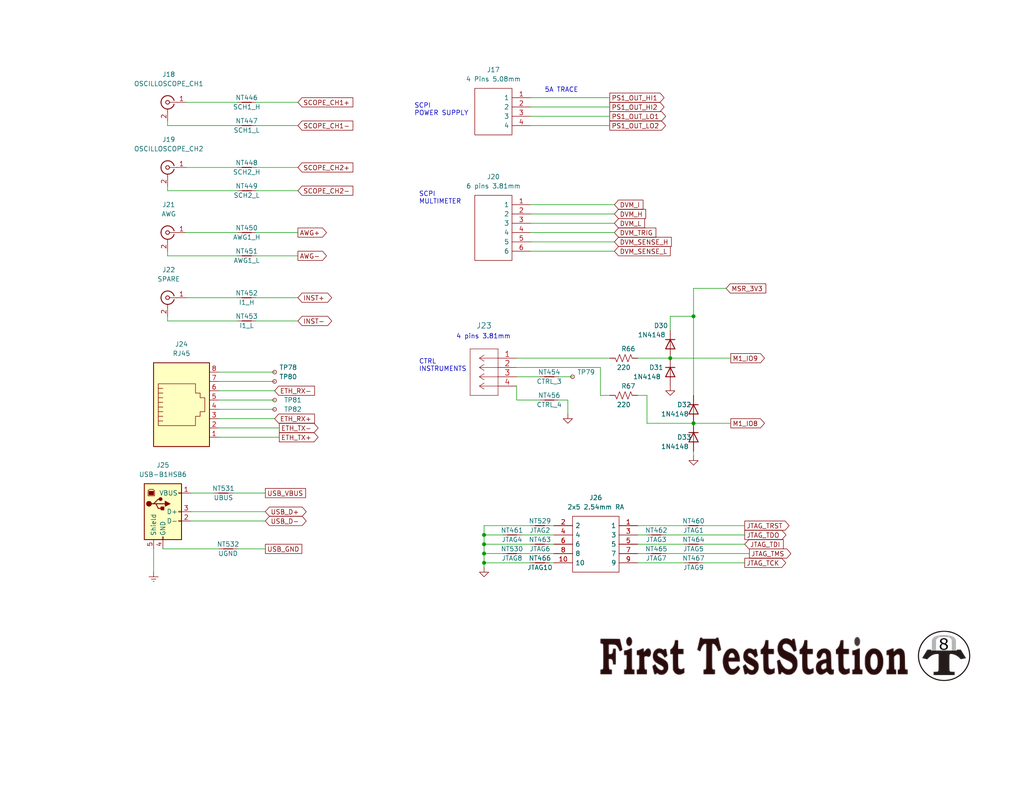
<source format=kicad_sch>
(kicad_sch (version 20230121) (generator eeschema)
  (paper "A")
  (title_block (title "Interconnect IO Board  640-1000-010") (date "2022-06-01") (rev "1.0"))
  (lib_symbols
    (symbol "Library:1146770000" (pin_names (offset 0.762))
      (property "Reference" "J" (at 16.51 7.62 0))
      (property "Value" "1146770000" (at 16.51 5.08 0))
      (symbol "1146770000_0_0"
        (pin passive line (at 0 0 0) (length 5.08) (name "1") (number "1"))
        (pin passive line (at 0 -2.54 0) (length 5.08) (name "2") (number "2"))
        (pin passive line (at 0 -5.08 0) (length 5.08) (name "3") (number "3"))
        (pin passive line (at 0 -7.62 0) (length 5.08) (name "4") (number "4"))
      )
      (symbol "1146770000_0_1"
        (polyline (pts (xy 5.08 2.54) (xy 15.24 2.54) (xy 15.24 -10.16) (xy 5.08 -10.16) (xy 5.08 2.54)) (stroke (width 0.1524)))
      )
    )
    (symbol "Library:1N4148" (pin_numbers hide) (pin_names (offset 1.016) hide)
      (property "Reference" "D" (at 0 2.54 0))
      (property "Value" "1N4148" (at 0 -2.54 0))
      (symbol "1N4148_0_1"
        (polyline (pts (xy -1.27 1.27) (xy -1.27 -1.27)) (stroke (width 0.254)))
        (polyline (pts (xy 1.27 0) (xy -1.27 0)))
        (polyline (pts (xy 1.27 1.27) (xy 1.27 -1.27) (xy -1.27 0) (xy 1.27 1.27)) (stroke (width 0.254)))
      )
      (symbol "1N4148_1_1"
        (pin passive line (at -3.81 0 0) (length 2.54) (name "K") (number "1"))
        (pin passive line (at 3.81 0 180) (length 2.54) (name "A") (number "2"))
      )
    )
    (symbol "Library:691322310004" (pin_names (offset 0.254) hide)
      (property "Reference" "J" (at 8.89 6.35 0))
      (property "Value" "691322310004" (at 10.16 -5.08 0))
      (symbol "691322310004_1_1"
        (polyline (pts (xy 5.08 -10.16) (xy 12.7 -10.16)) (stroke (width 0.127)))
        (polyline (pts (xy 5.08 2.54) (xy 5.08 -10.16)) (stroke (width 0.127)))
        (polyline (pts (xy 10.16 -7.62) (xy 5.08 -7.62)) (stroke (width 0.127)))
        (polyline (pts (xy 10.16 -7.62) (xy 8.89 -8.4582)) (stroke (width 0.127)))
        (polyline (pts (xy 10.16 -7.62) (xy 8.89 -6.7818)) (stroke (width 0.127)))
        (polyline (pts (xy 10.16 -5.08) (xy 5.08 -5.08)) (stroke (width 0.127)))
        (polyline (pts (xy 10.16 -5.08) (xy 8.89 -5.9182)) (stroke (width 0.127)))
        (polyline (pts (xy 10.16 -5.08) (xy 8.89 -4.2418)) (stroke (width 0.127)))
        (polyline (pts (xy 10.16 -2.54) (xy 5.08 -2.54)) (stroke (width 0.127)))
        (polyline (pts (xy 10.16 -2.54) (xy 8.89 -3.3782)) (stroke (width 0.127)))
        (polyline (pts (xy 10.16 -2.54) (xy 8.89 -1.7018)) (stroke (width 0.127)))
        (polyline (pts (xy 10.16 0) (xy 5.08 0)) (stroke (width 0.127)))
        (polyline (pts (xy 10.16 0) (xy 8.89 -0.8382)) (stroke (width 0.127)))
        (polyline (pts (xy 10.16 0) (xy 8.89 0.8382)) (stroke (width 0.127)))
        (polyline (pts (xy 12.7 -10.16) (xy 12.7 2.54)) (stroke (width 0.127)))
        (polyline (pts (xy 12.7 2.54) (xy 5.08 2.54)) (stroke (width 0.127)))
        (pin unspecified line (at 0 0 0) (length 5.08) (name "1") (number "1"))
        (pin unspecified line (at 0 -2.54 0) (length 5.08) (name "2") (number "2"))
        (pin unspecified line (at 0 -5.08 0) (length 5.08) (name "3") (number "3"))
        (pin unspecified line (at 0 -7.62 0) (length 5.08) (name "4") (number "4"))
      )
    )
    (symbol "Library:691322310006" (pin_names (offset 0.762))
      (property "Reference" "J" (at 16.51 7.62 0))
      (property "Value" "691322310006" (at 16.51 5.08 0))
      (symbol "691322310006_0_0"
        (pin passive line (at 0 0 0) (length 5.08) (name "1") (number "1"))
        (pin passive line (at 0 -2.54 0) (length 5.08) (name "2") (number "2"))
        (pin passive line (at 0 -5.08 0) (length 5.08) (name "3") (number "3"))
        (pin passive line (at 0 -7.62 0) (length 5.08) (name "4") (number "4"))
        (pin passive line (at 0 -10.16 0) (length 5.08) (name "5") (number "5"))
        (pin passive line (at 0 -12.7 0) (length 5.08) (name "6") (number "6"))
      )
      (symbol "691322310006_0_1"
        (polyline (pts (xy 5.08 2.54) (xy 15.24 2.54) (xy 15.24 -15.24) (xy 5.08 -15.24) (xy 5.08 2.54)) (stroke (width 0.1524)))
      )
    )
    (symbol "Library:8P8C" (pin_names (offset 1.016))
      (property "Reference" "J" (at -5.08 13.97 0))
      (property "Value" "8P8C" (at 2.54 13.97 0))
      (symbol "8P8C_0_1"
        (polyline (pts (xy -5.08 4.445) (xy -6.35 4.445)))
        (polyline (pts (xy -5.08 5.715) (xy -6.35 5.715)))
        (polyline (pts (xy -6.35 -3.175) (xy -5.08 -3.175) (xy -5.08 -3.175)))
        (polyline (pts (xy -6.35 -1.905) (xy -5.08 -1.905) (xy -5.08 -1.905)))
        (polyline (pts (xy -6.35 -0.635) (xy -5.08 -0.635) (xy -5.08 -0.635)))
        (polyline (pts (xy -6.35 0.635) (xy -5.08 0.635) (xy -5.08 0.635)))
        (polyline (pts (xy -6.35 1.905) (xy -5.08 1.905) (xy -5.08 1.905)))
        (polyline (pts (xy -5.08 3.175) (xy -6.35 3.175) (xy -6.35 3.175)))
        (polyline (pts (xy -6.35 -4.445) (xy -6.35 6.985) (xy 3.81 6.985) (xy 3.81 4.445) (xy 5.08 4.445) (xy 5.08 3.175) (xy 6.35 3.175) (xy 6.35 -0.635) (xy 5.08 -0.635) (xy 5.08 -1.905) (xy 3.81 -1.905) (xy 3.81 -4.445) (xy -6.35 -4.445) (xy -6.35 -4.445)))
        (rectangle (start 7.62 12.7) (end -7.62 -10.16) (stroke (width 0.254)) (fill (type background)))
      )
      (symbol "8P8C_1_1"
        (pin passive line (at 10.16 -7.62 180) (length 2.54) (name "~") (number "1"))
        (pin passive line (at 10.16 -5.08 180) (length 2.54) (name "~") (number "2"))
        (pin passive line (at 10.16 -2.54 180) (length 2.54) (name "~") (number "3"))
        (pin passive line (at 10.16 0 180) (length 2.54) (name "~") (number "4"))
        (pin passive line (at 10.16 2.54 180) (length 2.54) (name "~") (number "5"))
        (pin passive line (at 10.16 5.08 180) (length 2.54) (name "~") (number "6"))
        (pin passive line (at 10.16 7.62 180) (length 2.54) (name "~") (number "7"))
        (pin passive line (at 10.16 10.16 180) (length 2.54) (name "~") (number "8"))
      )
    )
    (symbol "Library:Conn_Coaxial" (pin_names (offset 1.016) hide)
      (property "Reference" "J" (at 0.254 3.048 0))
      (property "Value" "Conn_Coaxial" (at 2.921 0 90))
      (symbol "Conn_Coaxial_0_1"
        (arc (start -1.778 -0.508) (mid 0.222 -1.808) (end 1.778 0) (stroke (width 0.254)))
        (polyline (pts (xy -2.54 0) (xy -0.508 0)))
        (polyline (pts (xy 0 -2.54) (xy 0 -1.778)))
        (circle (center 0 0) (radius 0.508) (stroke (width 0.2032)))
        (arc (start 1.778 0) (mid 0.222 1.8083) (end -1.778 0.508) (stroke (width 0.254)))
      )
      (symbol "Conn_Coaxial_1_1"
        (pin passive line (at -5.08 0 0) (length 2.54) (name "In") (number "1"))
        (pin passive line (at 0 -5.08 90) (length 2.54) (name "Ext") (number "2"))
      )
    )
    (symbol "Library:NetTie_2" (pin_numbers hide) (pin_names (offset 0) hide)
      (property "Reference" "NT" (at 0 1.27 0))
      (property "Value" "NetTie_2" (at 0 -1.27 0))
      (symbol "NetTie_2_0_1"
        (polyline (pts (xy -1.27 0) (xy 1.27 0)) (stroke (width 0.254)))
      )
      (symbol "NetTie_2_1_1"
        (pin passive line (at -2.54 0 0) (length 2.54) (name "1") (number "1"))
        (pin passive line (at 2.54 0 180) (length 2.54) (name "2") (number "2"))
      )
    )
    (symbol "Library:R_US" (pin_numbers hide) (pin_names (offset 0))
      (property "Reference" "R" (at 2.54 0 90))
      (property "Value" "R_US" (at -2.54 0 90))
      (symbol "R_US_0_1"
        (polyline (pts (xy 0 -2.286) (xy 0 -2.54)))
        (polyline (pts (xy 0 2.286) (xy 0 2.54)))
        (polyline (pts (xy 0 -0.762) (xy 1.016 -1.143) (xy 0 -1.524) (xy -1.016 -1.905) (xy 0 -2.286)))
        (polyline (pts (xy 0 0.762) (xy 1.016 0.381) (xy 0 0) (xy -1.016 -0.381) (xy 0 -0.762)))
        (polyline (pts (xy 0 2.286) (xy 1.016 1.905) (xy 0 1.524) (xy -1.016 1.143) (xy 0 0.762)))
      )
      (symbol "R_US_1_1"
        (pin passive line (at 0 3.81 270) (length 1.27) (name "~") (number "1"))
        (pin passive line (at 0 -3.81 90) (length 1.27) (name "~") (number "2"))
      )
    )
    (symbol "Library:SBH11-PBPC-D05-RA-BK" (pin_names (offset 0.762))
      (property "Reference" "J" (at 19.05 7.62 0))
      (property "Value" "SBH11-PBPC-D05-RA-BK" (at 19.05 5.08 0))
      (symbol "SBH11-PBPC-D05-RA-BK_0_0"
        (pin passive line (at 0 0 0) (length 5.08) (name "1") (number "1"))
        (pin passive line (at 22.86 -10.16 180) (length 5.08) (name "10") (number "10"))
        (pin passive line (at 22.86 0 180) (length 5.08) (name "2") (number "2"))
        (pin passive line (at 0 -2.54 0) (length 5.08) (name "3") (number "3"))
        (pin passive line (at 22.86 -2.54 180) (length 5.08) (name "4") (number "4"))
        (pin passive line (at 0 -5.08 0) (length 5.08) (name "5") (number "5"))
        (pin passive line (at 22.86 -5.08 180) (length 5.08) (name "6") (number "6"))
        (pin passive line (at 0 -7.62 0) (length 5.08) (name "7") (number "7"))
        (pin passive line (at 22.86 -7.62 180) (length 5.08) (name "8") (number "8"))
        (pin passive line (at 0 -10.16 0) (length 5.08) (name "9") (number "9"))
      )
      (symbol "SBH11-PBPC-D05-RA-BK_0_1"
        (polyline (pts (xy 5.08 2.54) (xy 17.78 2.54) (xy 17.78 -12.7) (xy 5.08 -12.7) (xy 5.08 2.54)) (stroke (width 0.1524)))
      )
    )
    (symbol "Library:TestPoint_Small" (pin_numbers hide) (pin_names (offset 0.762) hide)
      (property "Reference" "TP" (at 0 3.81 0))
      (property "Value" "TestPoint_Small" (at 0 2.032 0))
      (symbol "TestPoint_Small_0_1"
        (circle (center 0 0) (radius 0.508))
      )
      (symbol "TestPoint_Small_1_1"
        (pin passive line (at 0 0 90) (length 0) (name "1") (number "1"))
      )
    )
    (symbol "Library:USB_B" (pin_names (offset 1.016))
      (property "Reference" "J" (at -5.08 11.43 0))
      (property "Value" "USB_B" (at -5.08 8.89 0))
      (symbol "USB_B_0_1"
        (rectangle (start -5.08 -7.62) (end 5.08 7.62) (stroke (width 0.254)) (fill (type background)))
        (circle (center -3.81 2.159) (radius 0.635) (stroke (width 0.254)) (fill (type outline)))
        (rectangle (start -3.81 5.588) (end -2.54 4.572) (fill (type outline)))
        (circle (center -0.635 3.429) (radius 0.381) (stroke (width 0.254)) (fill (type outline)))
        (rectangle (start -0.127 -7.62) (end 0.127 -6.858))
        (polyline (pts (xy -1.905 2.159) (xy 0.635 2.159)) (stroke (width 0.254)))
        (polyline (pts (xy -3.175 2.159) (xy -2.54 2.159) (xy -1.27 3.429) (xy -0.635 3.429)) (stroke (width 0.254)))
        (polyline (pts (xy -2.54 2.159) (xy -1.905 2.159) (xy -1.27 0.889) (xy 0 0.889)) (stroke (width 0.254)))
        (polyline (pts (xy 0.635 2.794) (xy 0.635 1.524) (xy 1.905 2.159) (xy 0.635 2.794)) (stroke (width 0.254)) (fill (type outline)))
        (polyline (pts (xy -4.064 4.318) (xy -2.286 4.318) (xy -2.286 5.715) (xy -2.667 6.096) (xy -3.683 6.096) (xy -4.064 5.715) (xy -4.064 4.318)))
        (rectangle (start 0.254 1.27) (end -0.508 0.508) (stroke (width 0.254)) (fill (type outline)))
        (rectangle (start 5.08 -2.667) (end 4.318 -2.413))
        (rectangle (start 5.08 -0.127) (end 4.318 0.127))
        (rectangle (start 5.08 4.953) (end 4.318 5.207))
      )
      (symbol "USB_B_1_1"
        (pin power_out line (at 7.62 5.08 180) (length 2.54) (name "VBUS") (number "1"))
        (pin bidirectional line (at 7.62 -2.54 180) (length 2.54) (name "D-") (number "2"))
        (pin bidirectional line (at 7.62 0 180) (length 2.54) (name "D+") (number "3"))
        (pin power_out line (at 0 -10.16 90) (length 2.54) (name "GND") (number "4"))
        (pin passive line (at -2.54 -10.16 90) (length 2.54) (name "Shield") (number "5"))
      )
    )
    (symbol "power:Earth" (power) (pin_names (offset 0))
      (symbol "Earth_0_1"
        (polyline (pts (xy -0.635 -1.905) (xy 0.635 -1.905)))
        (polyline (pts (xy -0.127 -2.54) (xy 0.127 -2.54)))
        (polyline (pts (xy 0 -1.27) (xy 0 0)))
        (polyline (pts (xy 1.27 -1.27) (xy -1.27 -1.27)))
      )
      (symbol "Earth_1_1"
        (pin power_in line (at 0 0 270) (length 0) hide (name "Earth") (number "1"))
      )
    )
    (symbol "power:GND" (power) (pin_names (offset 0))
      (property "Value" "GND" (at 0 -3.81 0))
      (symbol "GND_0_1"
        (polyline (pts (xy 0 0) (xy 0 -1.27) (xy 1.27 -1.27) (xy 0 -2.54) (xy -1.27 -1.27) (xy 0 -1.27)))
      )
      (symbol "GND_1_1"
        (pin power_in line (at 0 0 270) (length 0) hide (name "GND") (number "1"))
      )
    )
  )
  (junction (at 182.88 97.79))
  (junction (at 132.08 148.59))
  (junction (at 189.23 86.36))
  (junction (at 132.08 153.67))
  (junction (at 132.08 146.05))
  (junction (at 189.23 115.57))
  (junction (at 132.08 151.13))
  (wire (pts (xy 59.69 109.22) (xy 74.93 109.22)))
  (wire (pts (xy 59.69 104.14) (xy 74.93 104.14)))
  (wire (pts (xy 45.72 52.07) (xy 45.72 50.8)))
  (wire (pts (xy 144.78 34.29) (xy 166.37 34.29)))
  (wire (pts (xy 204.47 151.13) (xy 181.61 151.13)))
  (wire (pts (xy 45.72 87.63) (xy 64.77 87.63)))
  (wire (pts (xy 144.78 60.96) (xy 167.64 60.96)))
  (wire (pts (xy 151.13 146.05) (xy 142.24 146.05)))
  (wire (pts (xy 182.88 97.79) (xy 199.39 97.79)))
  (wire (pts (xy 152.4 109.22) (xy 154.94 109.22)))
  (wire (pts (xy 45.72 34.29) (xy 45.72 33.02)))
  (wire (pts (xy 52.07 142.24) (xy 72.39 142.24)))
  (wire (pts (xy 176.53 107.95) (xy 173.99 107.95)))
  (wire (pts (xy 81.28 87.63) (xy 69.85 87.63)))
  (wire (pts (xy 137.16 146.05) (xy 132.08 146.05)))
  (wire (pts (xy 50.8 81.28) (xy 64.77 81.28)))
  (wire (pts (xy 81.28 52.07) (xy 69.85 52.07)))
  (wire (pts (xy 203.2 153.67) (xy 191.77 153.67)))
  (wire (pts (xy 132.08 148.59) (xy 144.78 148.59)))
  (wire (pts (xy 182.88 86.36) (xy 182.88 90.17)))
  (wire (pts (xy 149.86 143.51) (xy 151.13 143.51)))
  (wire (pts (xy 50.8 45.72) (xy 64.77 45.72)))
  (wire (pts (xy 41.91 149.86) (xy 41.91 156.21)))
  (wire (pts (xy 132.08 153.67) (xy 144.78 153.67)))
  (wire (pts (xy 182.88 86.36) (xy 189.23 86.36)))
  (wire (pts (xy 50.8 27.94) (xy 64.77 27.94)))
  (wire (pts (xy 173.99 153.67) (xy 186.69 153.67)))
  (wire (pts (xy 144.78 26.67) (xy 166.37 26.67)))
  (wire (pts (xy 132.08 146.05) (xy 132.08 148.59)))
  (wire (pts (xy 144.78 58.42) (xy 167.64 58.42)))
  (wire (pts (xy 132.08 143.51) (xy 144.78 143.51)))
  (wire (pts (xy 140.97 97.79) (xy 166.37 97.79)))
  (wire (pts (xy 52.07 134.62) (xy 58.42 134.62)))
  (wire (pts (xy 166.37 107.95) (xy 163.83 107.95)))
  (wire (pts (xy 81.28 27.94) (xy 69.85 27.94)))
  (wire (pts (xy 64.77 149.86) (xy 72.39 149.86)))
  (wire (pts (xy 45.72 87.63) (xy 45.72 86.36)))
  (wire (pts (xy 63.5 134.62) (xy 72.39 134.62)))
  (wire (pts (xy 189.23 123.19) (xy 189.23 124.46)))
  (wire (pts (xy 151.13 148.59) (xy 149.86 148.59)))
  (wire (pts (xy 140.97 109.22) (xy 147.32 109.22)))
  (wire (pts (xy 176.53 115.57) (xy 189.23 115.57)))
  (wire (pts (xy 203.2 148.59) (xy 191.77 148.59)))
  (wire (pts (xy 182.88 97.79) (xy 173.99 97.79)))
  (wire (pts (xy 144.78 55.88) (xy 167.64 55.88)))
  (wire (pts (xy 140.97 102.87) (xy 147.32 102.87)))
  (wire (pts (xy 144.78 63.5) (xy 167.64 63.5)))
  (wire (pts (xy 152.4 102.87) (xy 156.21 102.87)))
  (wire (pts (xy 132.08 148.59) (xy 132.08 151.13)))
  (wire (pts (xy 59.69 106.68) (xy 74.93 106.68)))
  (wire (pts (xy 81.28 63.5) (xy 69.85 63.5)))
  (wire (pts (xy 59.69 116.84) (xy 76.2 116.84)))
  (wire (pts (xy 132.08 153.67) (xy 132.08 154.94)))
  (wire (pts (xy 45.72 69.85) (xy 64.77 69.85)))
  (wire (pts (xy 45.72 69.85) (xy 45.72 68.58)))
  (wire (pts (xy 173.99 151.13) (xy 176.53 151.13)))
  (wire (pts (xy 203.2 143.51) (xy 191.77 143.51)))
  (wire (pts (xy 142.24 151.13) (xy 151.13 151.13)))
  (wire (pts (xy 144.78 31.75) (xy 166.37 31.75)))
  (wire (pts (xy 81.28 81.28) (xy 69.85 81.28)))
  (wire (pts (xy 59.69 119.38) (xy 76.2 119.38)))
  (wire (pts (xy 132.08 151.13) (xy 137.16 151.13)))
  (wire (pts (xy 132.08 146.05) (xy 132.08 143.51)))
  (wire (pts (xy 173.99 148.59) (xy 186.69 148.59)))
  (wire (pts (xy 45.72 52.07) (xy 64.77 52.07)))
  (wire (pts (xy 52.07 139.7) (xy 72.39 139.7)))
  (wire (pts (xy 176.53 107.95) (xy 176.53 115.57)))
  (wire (pts (xy 50.8 63.5) (xy 64.77 63.5)))
  (wire (pts (xy 132.08 151.13) (xy 132.08 153.67)))
  (wire (pts (xy 163.83 100.33) (xy 140.97 100.33)))
  (wire (pts (xy 59.69 114.3) (xy 74.93 114.3)))
  (wire (pts (xy 189.23 86.36) (xy 189.23 107.95)))
  (wire (pts (xy 45.72 34.29) (xy 64.77 34.29)))
  (wire (pts (xy 59.69 101.6) (xy 74.93 101.6)))
  (wire (pts (xy 81.28 69.85) (xy 69.85 69.85)))
  (wire (pts (xy 144.78 66.04) (xy 167.64 66.04)))
  (wire (pts (xy 173.99 146.05) (xy 176.53 146.05)))
  (wire (pts (xy 189.23 78.74) (xy 189.23 86.36)))
  (wire (pts (xy 189.23 78.74) (xy 198.12 78.74)))
  (wire (pts (xy 81.28 34.29) (xy 69.85 34.29)))
  (wire (pts (xy 163.83 107.95) (xy 163.83 100.33)))
  (wire (pts (xy 144.78 29.21) (xy 166.37 29.21)))
  (wire (pts (xy 44.45 149.86) (xy 59.69 149.86)))
  (wire (pts (xy 81.28 45.72) (xy 69.85 45.72)))
  (wire (pts (xy 151.13 153.67) (xy 149.86 153.67)))
  (wire (pts (xy 203.2 146.05) (xy 181.61 146.05)))
  (wire (pts (xy 59.69 111.76) (xy 74.93 111.76)))
  (wire (pts (xy 154.94 109.22) (xy 154.94 113.03)))
  (wire (pts (xy 173.99 143.51) (xy 186.69 143.51)))
  (wire (pts (xy 189.23 115.57) (xy 199.39 115.57)))
  (wire (pts (xy 140.97 105.41) (xy 140.97 109.22)))
  (wire (pts (xy 144.78 68.58) (xy 167.64 68.58)))
  (image (at 205.74 179.07) (scale 2.13772))
  (image (at 257.81 179.07))
  (text "SCPI\nPOWER SUPPLY" (at 113.03 31.75 0) (effects (font (size 1.27 1.27)) (justify left bottom)))
  (text "5A TRACE" (at 148.59 25.4 0) (effects (font (size 1.27 1.27)) (justify left bottom)))
  (text "CTRL\nINSTRUMENTS" (at 114.3 101.6 0) (effects (font (size 1.27 1.27)) (justify left bottom)))
  (text "4 pins 3.81mm" (at 124.46 92.71 0) (effects (font (size 1.27 1.27)) (justify left bottom)))
  (text "SCPI\nMULTIMETER" (at 114.3 55.88 0) (effects (font (size 1.27 1.27)) (justify left bottom)))
  (global_label "PS1_OUT_LO1" (shape output) (at 166.37 31.75 0) (property "Intersheetrefs" "${INTERSHEET_REFS}" (effects hide)))
  (global_label "SCOPE_CH1-" (shape input) (at 81.28 34.29 0) (property "Intersheetrefs" "${INTERSHEET_REFS}" (effects hide)))
  (global_label "ETH_TX-" (shape output) (at 76.2 116.84 0) (property "Intersheetrefs" "${INTERSHEET_REFS}" (effects hide)))
  (global_label "AWG+" (shape output) (at 81.28 63.5 0) (property "Intersheetrefs" "${INTERSHEET_REFS}" (effects hide)))
  (global_label "DVM_I" (shape input) (at 167.64 55.88 0) (property "Intersheetrefs" "${INTERSHEET_REFS}" (effects hide)))
  (global_label "SCOPE_CH2-" (shape input) (at 81.28 52.07 0) (property "Intersheetrefs" "${INTERSHEET_REFS}" (effects hide)))
  (global_label "USB_VBUS" (shape passive) (at 72.39 134.62 0) (property "Intersheetrefs" "${INTERSHEET_REFS}" (effects hide)))
  (global_label "PS1_OUT_HI1" (shape output) (at 166.37 26.67 0) (property "Intersheetrefs" "${INTERSHEET_REFS}" (effects hide)))
  (global_label "PS1_OUT_HI2" (shape output) (at 166.37 29.21 0) (property "Intersheetrefs" "${INTERSHEET_REFS}" (effects hide)))
  (global_label "INST+" (shape bidirectional) (at 81.28 81.28 0) (property "Intersheetrefs" "${INTERSHEET_REFS}" (effects hide)))
  (global_label "DVM_L" (shape input) (at 167.64 60.96 0) (property "Intersheetrefs" "${INTERSHEET_REFS}" (effects hide)))
  (global_label "JTAG_TDI" (shape input) (at 203.2 148.59 0) (property "Intersheetrefs" "${INTERSHEET_REFS}" (effects hide)))
  (global_label "USB_D+" (shape bidirectional) (at 72.39 139.7 0) (property "Intersheetrefs" "${INTERSHEET_REFS}" (effects hide)))
  (global_label "JTAG_TMS" (shape output) (at 204.47 151.13 0) (property "Intersheetrefs" "${INTERSHEET_REFS}" (effects hide)))
  (global_label "USB_D-" (shape bidirectional) (at 72.39 142.24 0) (property "Intersheetrefs" "${INTERSHEET_REFS}" (effects hide)))
  (global_label "JTAG_TCK" (shape output) (at 203.2 153.67 0) (property "Intersheetrefs" "${INTERSHEET_REFS}" (effects hide)))
  (global_label "PS1_OUT_LO2" (shape output) (at 166.37 34.29 0) (property "Intersheetrefs" "${INTERSHEET_REFS}" (effects hide)))
  (global_label "JTAG_TRST" (shape output) (at 203.2 143.51 0) (property "Intersheetrefs" "${INTERSHEET_REFS}" (effects hide)))
  (global_label "MSR_3V3" (shape input) (at 198.12 78.74 0) (property "Intersheetrefs" "${INTERSHEET_REFS}" (effects hide)))
  (global_label "SCOPE_CH2+" (shape input) (at 81.28 45.72 0) (property "Intersheetrefs" "${INTERSHEET_REFS}" (effects hide)))
  (global_label "USB_GND" (shape passive) (at 72.39 149.86 0) (property "Intersheetrefs" "${INTERSHEET_REFS}" (effects hide)))
  (global_label "DVM_TRIG" (shape input) (at 167.64 63.5 0) (property "Intersheetrefs" "${INTERSHEET_REFS}" (effects hide)))
  (global_label "DVM_H" (shape input) (at 167.64 58.42 0) (property "Intersheetrefs" "${INTERSHEET_REFS}" (effects hide)))
  (global_label "ETH_RX+" (shape input) (at 74.93 114.3 0) (property "Intersheetrefs" "${INTERSHEET_REFS}" (effects hide)))
  (global_label "AWG-" (shape output) (at 81.28 69.85 0) (property "Intersheetrefs" "${INTERSHEET_REFS}" (effects hide)))
  (global_label "INST-" (shape bidirectional) (at 81.28 87.63 0) (property "Intersheetrefs" "${INTERSHEET_REFS}" (effects hide)))
  (global_label "DVM_SENSE_H" (shape input) (at 167.64 66.04 0) (property "Intersheetrefs" "${INTERSHEET_REFS}" (effects hide)))
  (global_label "JTAG_TDO" (shape output) (at 203.2 146.05 0) (property "Intersheetrefs" "${INTERSHEET_REFS}" (effects hide)))
  (global_label "ETH_TX+" (shape output) (at 76.2 119.38 0) (property "Intersheetrefs" "${INTERSHEET_REFS}" (effects hide)))
  (global_label "DVM_SENSE_L" (shape input) (at 167.64 68.58 0) (property "Intersheetrefs" "${INTERSHEET_REFS}" (effects hide)))
  (global_label "SCOPE_CH1+" (shape input) (at 81.28 27.94 0) (property "Intersheetrefs" "${INTERSHEET_REFS}" (effects hide)))
  (global_label "M1_IO9" (shape output) (at 199.39 97.79 0) (property "Intersheetrefs" "${INTERSHEET_REFS}" (effects hide)))
  (global_label "M1_IO8" (shape output) (at 199.39 115.57 0) (property "Intersheetrefs" "${INTERSHEET_REFS}" (effects hide)))
  (global_label "ETH_RX-" (shape input) (at 74.93 106.68 0) (property "Intersheetrefs" "${INTERSHEET_REFS}" (effects hide)))
  (symbol (lib_id "Library:NetTie_2") (at 67.31 45.72 0) (mirror y) (unit 1)
    (property "Reference" "NT448" (at 67.31 44.45 0))
    (property "Value" "SCH2_H" (at 67.31 46.99 0))
    (property "Footprint" "NetTie:NetTie-2_Front1.0mm" (effects hide))
  )
  (symbol (lib_id "Library:NetTie_2") (at 149.86 102.87 0) (mirror y) (unit 1)
    (property "Reference" "NT454" (at 149.86 101.6 0))
    (property "Value" "CTRL_3" (at 149.86 104.14 0))
    (property "Footprint" "NetTie:NetTie-2_Front1.0mm" (effects hide))
  )
  (symbol (lib_id "Library:NetTie_2") (at 179.07 151.13 0) (mirror y) (unit 1)
    (property "Reference" "NT465" (at 179.07 149.86 0))
    (property "Value" "JTAG7" (at 179.07 152.4 0))
    (property "Footprint" "NetTie:NetTie-2_Front1.0mm" (effects hide))
  )
  (symbol (lib_id "Library:R_US") (at 170.18 97.79 270) (mirror x) (unit 1)
    (property "Reference" "R66" (at 171.45 95.25 90))
    (property "Value" "220" (at 170.18 100.33 90))
    (property "Footprint" "Resistor_THT:R_Axial_DIN0207_L6.3mm_D2.5mm_P10.16mm_Horizontal" (effects hide))
  )
  (symbol (lib_id "Library:TestPoint_Small") (at 74.93 104.14 0) (unit 1)
    (property "Reference" "TP80" (at 76.2 102.87 0) (effects (justify left)))
    (property "Value" "TestPoint_Small" (effects hide))
    (property "Footprint" "TestPoint:TestPoint_THTPad_D1.5mm_Drill0.7mm" (effects hide))
  )
  (symbol (lib_id "power:GND") (at 189.23 124.46 0) (mirror y) (unit 1)
    (property "Reference" "#PWR0107" (effects hide))
    (property "Value" "GND" (effects hide))
  )
  (symbol (lib_id "Library:NetTie_2") (at 67.31 52.07 0) (mirror y) (unit 1)
    (property "Reference" "NT449" (at 67.31 50.8 0))
    (property "Value" "SCH2_L" (at 67.31 53.34 0))
    (property "Footprint" "NetTie:NetTie-2_Front1.0mm" (effects hide))
  )
  (symbol (lib_id "Library:1N4148") (at 182.88 101.6 270) (unit 1)
    (property "Reference" "D31" (at 179.07 100.33 90))
    (property "Value" "1N4148" (at 176.53 102.87 90))
    (property "Footprint" "Diode_THT:D_DO-35_SOD27_P7.62mm_Horizontal" (effects hide))
    (property "Datasheet" "https://assets.nexperia.com/documents/data-sheet/1N4148_1N4448.pdf" (effects hide))
  )
  (symbol (lib_id "Library:Conn_Coaxial") (at 45.72 63.5 0) (mirror y) (unit 1)
    (property "Reference" "J21" (at 46.0374 55.88 0))
    (property "Value" "AWG" (at 46.0374 58.42 0))
    (property "Footprint" "BNC:TE_1-1337542-0" (effects hide))
    (property "Datasheet" " ~" (effects hide))
  )
  (symbol (lib_id "Library:TestPoint_Small") (at 156.21 102.87 0) (unit 1)
    (property "Reference" "TP79" (at 157.48 101.6 0) (effects (justify left)))
    (property "Value" "TestPoint_Small" (effects hide))
    (property "Footprint" "TestPoint:TestPoint_THTPad_D1.5mm_Drill0.7mm" (effects hide))
  )
  (symbol (lib_id "Library:TestPoint_Small") (at 74.93 101.6 0) (unit 1)
    (property "Reference" "TP78" (at 76.2 100.33 0) (effects (justify left)))
    (property "Value" "TestPoint_Small" (effects hide))
    (property "Footprint" "TestPoint:TestPoint_THTPad_D1.5mm_Drill0.7mm" (effects hide))
  )
  (symbol (lib_id "Library:8P8C") (at 49.53 111.76 0) (unit 1)
    (property "Reference" "J24" (at 49.53 93.98 0))
    (property "Value" "RJ45" (at 49.53 96.52 0))
    (property "Footprint" "Connector_RJ:RJ45_Ninigi_GE" (effects hide))
  )
  (symbol (lib_id "Library:NetTie_2") (at 189.23 148.59 0) (mirror y) (unit 1)
    (property "Reference" "NT464" (at 189.23 147.32 0))
    (property "Value" "JTAG5" (at 189.23 149.86 0))
    (property "Footprint" "NetTie:NetTie-2_Front1.0mm" (effects hide))
  )
  (symbol (lib_id "Library:USB_B") (at 44.45 139.7 0) (unit 1)
    (property "Reference" "J25" (at 44.45 127 0))
    (property "Value" "USB-B1HSB6" (at 44.45 129.54 0))
    (property "Footprint" "Connector_USB:USB_B_OST_USB-B1HSxx_Horizontal" (effects hide))
    (property "Datasheet" " ~" (effects hide))
  )
  (symbol (lib_id "Library:NetTie_2") (at 179.07 146.05 0) (mirror y) (unit 1)
    (property "Reference" "NT462" (at 179.07 144.78 0))
    (property "Value" "JTAG3" (at 179.07 147.32 0))
    (property "Footprint" "NetTie:NetTie-2_Front1.0mm" (effects hide))
  )
  (symbol (lib_id "Library:NetTie_2") (at 67.31 69.85 0) (mirror y) (unit 1)
    (property "Reference" "NT451" (at 67.31 68.58 0))
    (property "Value" "AWG1_L" (at 67.31 71.12 0))
    (property "Footprint" "NetTie:NetTie-2_Front1.0mm" (effects hide))
  )
  (symbol (lib_id "Library:SBH11-PBPC-D05-RA-BK") (at 173.99 143.51 0) (mirror y) (unit 1)
    (property "Reference" "J26" (at 162.56 135.89 0))
    (property "Value" "2x5 2.54mm RA" (at 162.56 138.43 0))
    (property "Footprint" "Connector_jtag:SHDRRA10W64P254_2X5_1270X910X880P" (effects hide))
    (property "Datasheet" "http://sullinscorp.com/catalogs/145_PAGE118_.100_SBH11_SERIES_MALE_BOX_HDR_ST_RA_SMT.pdf" (effects hide))
    (property "Description" "Header(shrouded), 2.54mm, 5x2, Gold, R/A, TH" (effects hide))
    (property "Height" "8.8" (effects hide))
    (property "Manufacturer_Name" "Sullins" (effects hide))
    (property "Manufacturer_Part_Number" "SBH11-PBPC-D05-RA-BK" (effects hide))
  )
  (symbol (lib_id "Library:NetTie_2") (at 189.23 153.67 0) (mirror y) (unit 1)
    (property "Reference" "NT467" (at 189.23 152.4 0))
    (property "Value" "JTAG9" (at 189.23 154.94 0))
    (property "Footprint" "NetTie:NetTie-2_Front1.0mm" (effects hide))
  )
  (symbol (lib_id "Library:NetTie_2") (at 147.32 143.51 0) (unit 1)
    (property "Reference" "NT529" (at 147.32 142.24 0))
    (property "Value" "JTAG2" (at 147.32 144.78 0))
    (property "Footprint" "NetTie:NetTie-2_Front1.0mm" (effects hide))
  )
  (symbol (lib_id "Library:1N4148") (at 189.23 119.38 270) (unit 1)
    (property "Reference" "D33" (at 186.69 119.38 90))
    (property "Value" "1N4148" (at 184.15 121.92 90))
    (property "Footprint" "Diode_THT:D_DO-35_SOD27_P7.62mm_Horizontal" (effects hide))
    (property "Datasheet" "https://assets.nexperia.com/documents/data-sheet/1N4148_1N4448.pdf" (effects hide))
  )
  (symbol (lib_id "power:GND") (at 182.88 105.41 0) (mirror y) (unit 1)
    (property "Reference" "#PWR0105" (effects hide))
    (property "Value" "GND" (effects hide))
  )
  (symbol (lib_id "Library:1N4148") (at 189.23 111.76 270) (unit 1)
    (property "Reference" "D32" (at 186.69 110.49 90))
    (property "Value" "1N4148" (at 184.15 113.03 90))
    (property "Footprint" "Diode_THT:D_DO-35_SOD27_P7.62mm_Horizontal" (effects hide))
    (property "Datasheet" "https://assets.nexperia.com/documents/data-sheet/1N4148_1N4448.pdf" (effects hide))
  )
  (symbol (lib_id "Library:NetTie_2") (at 62.23 149.86 0) (unit 1)
    (property "Reference" "NT532" (at 62.23 148.59 0))
    (property "Value" "UGND" (at 62.23 151.13 0))
    (property "Footprint" "NetTie:NetTie-2_Front1.0mm" (effects hide))
  )
  (symbol (lib_id "Library:NetTie_2") (at 67.31 27.94 0) (mirror y) (unit 1)
    (property "Reference" "NT446" (at 67.31 26.67 0))
    (property "Value" "SCH1_H" (at 67.31 29.21 0))
    (property "Footprint" "NetTie:NetTie-2_Front1.0mm" (effects hide))
  )
  (symbol (lib_id "Library:R_US") (at 170.18 107.95 270) (mirror x) (unit 1)
    (property "Reference" "R67" (at 171.45 105.41 90))
    (property "Value" "220" (at 170.18 110.49 90))
    (property "Footprint" "Resistor_THT:R_Axial_DIN0207_L6.3mm_D2.5mm_P10.16mm_Horizontal" (effects hide))
  )
  (symbol (lib_id "Library:Conn_Coaxial") (at 45.72 45.72 0) (mirror y) (unit 1)
    (property "Reference" "J19" (at 46.0374 38.1 0))
    (property "Value" "OSCILLOSCOPE_CH2" (at 46.0374 40.64 0))
    (property "Footprint" "BNC:TE_1-1337542-0" (effects hide))
    (property "Datasheet" " ~" (effects hide))
  )
  (symbol (lib_id "Library:NetTie_2") (at 147.32 153.67 0) (unit 1)
    (property "Reference" "NT466" (at 147.32 152.4 0))
    (property "Value" "JTAG10" (at 147.32 154.94 0))
    (property "Footprint" "NetTie:NetTie-2_Front1.0mm" (effects hide))
  )
  (symbol (lib_id "Library:NetTie_2") (at 147.32 148.59 0) (unit 1)
    (property "Reference" "NT463" (at 147.32 147.32 0))
    (property "Value" "JTAG6" (at 147.32 149.86 0))
    (property "Footprint" "NetTie:NetTie-2_Front1.0mm" (effects hide))
  )
  (symbol (lib_id "Library:NetTie_2") (at 149.86 109.22 0) (mirror y) (unit 1)
    (property "Reference" "NT456" (at 149.86 107.95 0))
    (property "Value" "CTRL_4" (at 149.86 110.49 0))
    (property "Footprint" "NetTie:NetTie-2_Front1.0mm" (effects hide))
  )
  (symbol (lib_id "power:Earth") (at 41.91 156.21 0) (unit 1)
    (property "Reference" "#PWR0108" (effects hide))
    (property "Value" "Earth" (effects hide))
  )
  (symbol (lib_id "Library:NetTie_2") (at 139.7 146.05 0) (unit 1)
    (property "Reference" "NT461" (at 139.7 144.78 0))
    (property "Value" "JTAG4" (at 139.7 147.32 0))
    (property "Footprint" "NetTie:NetTie-2_Front1.0mm" (effects hide))
  )
  (symbol (lib_id "Library:NetTie_2") (at 189.23 143.51 0) (mirror y) (unit 1)
    (property "Reference" "NT460" (at 189.23 142.24 0))
    (property "Value" "JTAG1" (at 189.23 144.78 0))
    (property "Footprint" "NetTie:NetTie-2_Front1.0mm" (effects hide))
  )
  (symbol (lib_id "power:GND") (at 132.08 154.94 0) (mirror y) (unit 1)
    (property "Reference" "#PWR0152" (effects hide))
    (property "Value" "GND" (effects hide))
  )
  (symbol (lib_id "Library:NetTie_2") (at 67.31 87.63 0) (mirror y) (unit 1)
    (property "Reference" "NT453" (at 67.31 86.36 0))
    (property "Value" "I1_L" (at 67.31 88.9 0))
    (property "Footprint" "NetTie:NetTie-2_Front1.0mm" (effects hide))
  )
  (symbol (lib_id "Library:Conn_Coaxial") (at 45.72 81.28 0) (mirror y) (unit 1)
    (property "Reference" "J22" (at 46.0374 73.66 0))
    (property "Value" "SPARE" (at 46.0374 76.2 0))
    (property "Footprint" "BNC:TE_1-1337542-0" (effects hide))
    (property "Datasheet" " ~" (effects hide))
  )
  (symbol (lib_id "Library:NetTie_2") (at 67.31 81.28 0) (mirror y) (unit 1)
    (property "Reference" "NT452" (at 67.31 80.01 0))
    (property "Value" "I1_H" (at 67.31 82.55 0))
    (property "Footprint" "NetTie:NetTie-2_Front1.0mm" (effects hide))
  )
  (symbol (lib_id "Library:NetTie_2") (at 67.31 34.29 0) (mirror y) (unit 1)
    (property "Reference" "NT447" (at 67.31 33.02 0))
    (property "Value" "SCH1_L" (at 67.31 35.56 0))
    (property "Footprint" "NetTie:NetTie-2_Front1.0mm" (effects hide))
  )
  (symbol (lib_id "Library:NetTie_2") (at 139.7 151.13 0) (unit 1)
    (property "Reference" "NT530" (at 139.7 149.86 0))
    (property "Value" "JTAG8" (at 139.7 152.4 0))
    (property "Footprint" "NetTie:NetTie-2_Front1.0mm" (effects hide))
  )
  (symbol (lib_id "power:GND") (at 154.94 113.03 0) (mirror y) (unit 1)
    (property "Reference" "#PWR0106" (effects hide))
    (property "Value" "GND" (effects hide))
  )
  (symbol (lib_id "Library:691322310004") (at 140.97 97.79 0) (mirror y) (unit 1)
    (property "Reference" "J23" (at 132.08 88.9 0) (effects (font (size 1.524 1.524))))
    (property "Value" "4 pins 3.81mm" (effects hide))
    (property "Footprint" "4pins_3:691322310004" (effects hide))
  )
  (symbol (lib_id "Library:NetTie_2") (at 67.31 63.5 0) (mirror y) (unit 1)
    (property "Reference" "NT450" (at 67.31 62.23 0))
    (property "Value" "AWG1_H" (at 67.31 64.77 0))
    (property "Footprint" "NetTie:NetTie-2_Front1.0mm" (effects hide))
  )
  (symbol (lib_id "Library:NetTie_2") (at 60.96 134.62 0) (unit 1)
    (property "Reference" "NT531" (at 60.96 133.35 0))
    (property "Value" "UBUS" (at 60.96 135.89 0))
    (property "Footprint" "NetTie:NetTie-2_Front1.0mm" (effects hide))
  )
  (symbol (lib_id "Library:TestPoint_Small") (at 74.93 111.76 0) (unit 1)
    (property "Reference" "TP82" (at 77.47 111.76 0) (effects (justify left)))
    (property "Value" "TestPoint_Small" (effects hide))
    (property "Footprint" "TestPoint:TestPoint_THTPad_D1.5mm_Drill0.7mm" (effects hide))
  )
  (symbol (lib_id "Library:TestPoint_Small") (at 74.93 109.22 0) (unit 1)
    (property "Reference" "TP81" (at 77.47 109.22 0) (effects (justify left)))
    (property "Value" "TestPoint_Small" (effects hide))
    (property "Footprint" "TestPoint:TestPoint_THTPad_D1.5mm_Drill0.7mm" (effects hide))
  )
  (symbol (lib_id "Library:691322310006") (at 144.78 55.88 0) (mirror y) (unit 1)
    (property "Reference" "J20" (at 134.62 48.26 0))
    (property "Value" "6 pins 3.81mm" (at 134.62 50.8 0))
    (property "Footprint" "6pin_3:SHDRRA6W80P0X381_1X6_2405X920X700P" (effects hide))
    (property "Datasheet" "https://componentsearchengine.com/Datasheets/1/691322310006.pdf" (effects hide))
    (property "Description" "WR-TBL Terminal block - serie 322" (effects hide))
    (property "Height" "7" (effects hide))
    (property "Manufacturer_Name" "Wurth Elektronik" (effects hide))
    (property "Manufacturer_Part_Number" "691322310006" (effects hide))
    (property "Mouser Part Number" "710-691322310006" (effects hide))
    (property "Mouser Price/Stock" "https://www.mouser.co.uk/ProductDetail/Wurth-Elektronik/691322310006?qs=2kOmHSv6VfRfmtr%252BexeoYQ%3D%3D" (effects hide))
  )
  (symbol (lib_id "Library:Conn_Coaxial") (at 45.72 27.94 0) (mirror y) (unit 1)
    (property "Reference" "J18" (at 46.0374 20.32 0))
    (property "Value" "OSCILLOSCOPE_CH1" (at 46.0374 22.86 0))
    (property "Footprint" "BNC:TE_1-1337542-0" (effects hide))
    (property "Datasheet" " ~" (effects hide))
  )
  (symbol (lib_id "Library:1146770000") (at 144.78 26.67 0) (mirror y) (unit 1)
    (property "Reference" "J17" (at 134.62 19.05 0))
    (property "Value" "4 Pins 5.08mm" (at 134.62 21.59 0))
    (property "Footprint" "4pin_5:1146770000" (effects hide))
    (property "Datasheet" "http://catalog.weidmueller.com/createDatasheetForMobile.do?ordernumber=1146770000&scope1=1&scope2=1&localeId=en" (effects hide))
    (property "Description" "PCB plug-in connector, male header, open side, THT solder connection, 5.08 mm, Number of poles: 4, 90, Solder pin length: 3.2 mm, tinned, orange, Box" (effects hide))
    (property "Height" "8.4" (effects hide))
    (property "Manufacturer_Name" "Weidmuller" (effects hide))
    (property "Manufacturer_Part_Number" "1146770000" (effects hide))
    (property "Mouser Part Number" "470-1146770000" (effects hide))
    (property "Mouser Price/Stock" "https://www.mouser.co.uk/ProductDetail/Weidmuller/1146770000?qs=WJDKaGZ8K%252B6UiA36CM0y7g%3D%3D" (effects hide))
  )
  (symbol (lib_id "Library:1N4148") (at 182.88 93.98 270) (unit 1)
    (property "Reference" "D30" (at 180.34 88.9 90))
    (property "Value" "1N4148" (at 177.8 91.44 90))
    (property "Footprint" "Diode_THT:D_DO-35_SOD27_P7.62mm_Horizontal" (effects hide))
    (property "Datasheet" "https://assets.nexperia.com/documents/data-sheet/1N4148_1N4448.pdf" (effects hide))
  )
)
</source>
